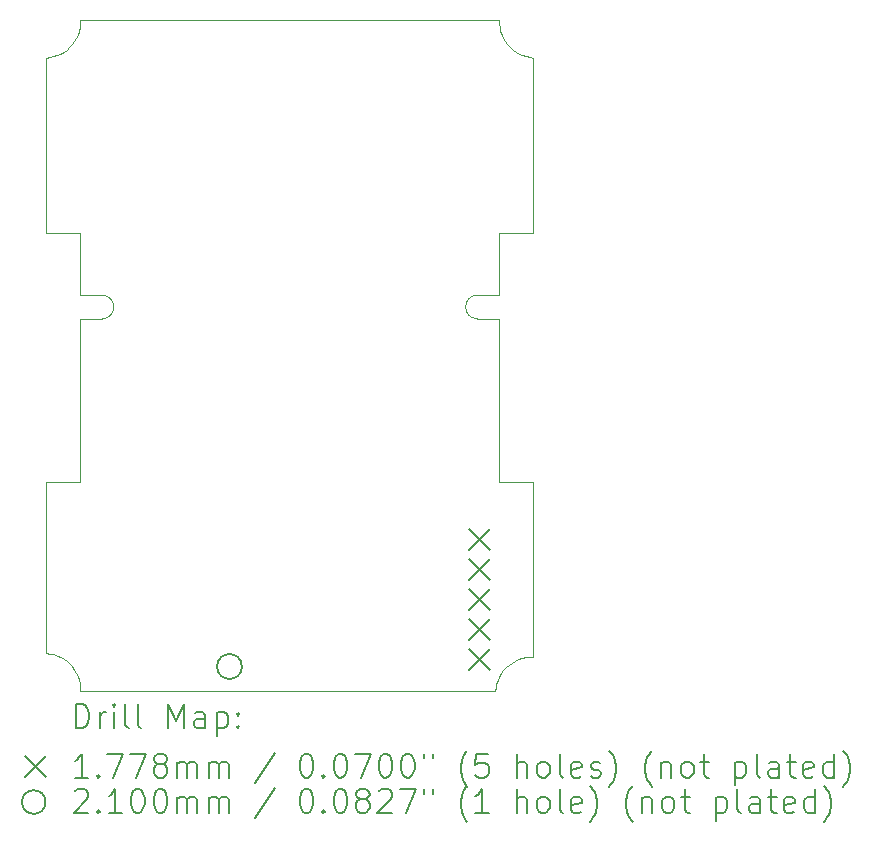
<source format=gbr>
%TF.GenerationSoftware,KiCad,Pcbnew,(6.0.7)*%
%TF.CreationDate,2022-08-14T18:42:13+02:00*%
%TF.ProjectId,BURC_Encoder_JRFormat,42555243-5f45-46e6-936f-6465725f4a52,v1.0*%
%TF.SameCoordinates,Original*%
%TF.FileFunction,Drillmap*%
%TF.FilePolarity,Positive*%
%FSLAX45Y45*%
G04 Gerber Fmt 4.5, Leading zero omitted, Abs format (unit mm)*
G04 Created by KiCad (PCBNEW (6.0.7)) date 2022-08-14 18:42:13*
%MOMM*%
%LPD*%
G01*
G04 APERTURE LIST*
%ADD10C,0.100000*%
%ADD11C,0.050000*%
%ADD12C,0.200000*%
%ADD13C,0.177800*%
%ADD14C,0.210000*%
G04 APERTURE END LIST*
D10*
X16635485Y-7700989D02*
X16635485Y-7671728D01*
X13087324Y-13319739D02*
X13087324Y-13349000D01*
D11*
X16918457Y-13063225D02*
X16920000Y-11580000D01*
X13085000Y-10200000D02*
X13085000Y-11580000D01*
D10*
X12974903Y-13098988D02*
X12998576Y-13120324D01*
X16713479Y-13130636D02*
X16739260Y-13111916D01*
X16684177Y-7850925D02*
X16668251Y-7823316D01*
X16891924Y-7985901D02*
X16860733Y-7979272D01*
X13085000Y-10000000D02*
X13085000Y-9476500D01*
X16649700Y-13201451D02*
X16668445Y-13175645D01*
X16689781Y-13151972D02*
X16713479Y-13130636D01*
D11*
X13087324Y-13350000D02*
X16601000Y-13350000D01*
D10*
X12921512Y-13064291D02*
X12949097Y-13080243D01*
X16610914Y-13288472D02*
X16620769Y-13258170D01*
X13035823Y-7850925D02*
X13017103Y-7876706D01*
D11*
X13085000Y-11580000D02*
X12800000Y-11580000D01*
D10*
X12949097Y-13080243D02*
X12974903Y-13098988D01*
X16921261Y-7988974D02*
X16891924Y-7985901D01*
X16739260Y-13111916D02*
X16766870Y-13095991D01*
X16889197Y-13063225D02*
X16918457Y-13063225D01*
X16826306Y-13073181D02*
X16857497Y-13066552D01*
D11*
X16635000Y-9476500D02*
X16921261Y-9476500D01*
X16920000Y-11580000D02*
X16635000Y-11580000D01*
D10*
X16766870Y-13095991D02*
X16796004Y-13083011D01*
X12862076Y-13041457D02*
X12892379Y-13051312D01*
X13074558Y-7763880D02*
X13064703Y-7794182D01*
X16860733Y-7979272D02*
X16830430Y-7969416D01*
D11*
X16635000Y-10000000D02*
X16450000Y-10000000D01*
D10*
X16830430Y-7969416D02*
X16801297Y-7956437D01*
X13081187Y-7732688D02*
X13074558Y-7763880D01*
X13270000Y-10200000D02*
G75*
G03*
X13270000Y-10000000I0J100000D01*
G01*
D11*
X16450000Y-10200000D02*
X16635000Y-10200000D01*
D10*
X12995767Y-7900405D02*
X12972094Y-7921741D01*
X16801297Y-7956437D02*
X16773712Y-7940486D01*
X12918703Y-7956437D02*
X12889570Y-7969391D01*
X13054558Y-13197413D02*
X13067537Y-13226547D01*
D11*
X16635000Y-10000000D02*
X16635000Y-9476500D01*
D10*
X13051749Y-7823316D02*
X13035823Y-7850925D01*
X16773712Y-7940486D02*
X16747906Y-7921741D01*
X16635485Y-7671728D02*
X13084489Y-7671728D01*
X16921261Y-9476500D02*
X16921261Y-7988974D01*
X13083996Y-13288040D02*
X13087324Y-13319739D01*
X16620769Y-13258170D02*
X16633749Y-13229036D01*
X16747906Y-7921741D02*
X16724233Y-7900405D01*
X16702897Y-7876706D02*
X16684177Y-7850925D01*
X16633749Y-13229036D02*
X16649700Y-13201451D01*
X12892379Y-13051312D02*
X12921512Y-13064291D01*
X12998576Y-13120324D02*
X13019912Y-13144022D01*
X16655272Y-7794182D02*
X16645442Y-7763880D01*
X12828076Y-7985901D02*
X12798739Y-7988974D01*
X16796004Y-13083011D02*
X16826306Y-13073181D01*
X13017103Y-7876706D02*
X12995767Y-7900405D01*
X13084515Y-7700989D02*
X13081187Y-7732688D01*
X12801548Y-13031754D02*
X12830885Y-13034827D01*
X16638813Y-7732688D02*
X16635485Y-7700989D01*
X12946288Y-7940486D02*
X12918703Y-7956437D01*
X12859267Y-7979246D02*
X12828076Y-7985901D01*
X13064703Y-7794182D02*
X13051749Y-7823316D01*
X16604285Y-13319663D02*
X16610914Y-13288472D01*
X16668445Y-13175645D02*
X16689781Y-13151972D01*
X13038632Y-13169803D02*
X13054558Y-13197413D01*
X12889570Y-7969391D02*
X12859267Y-7979246D01*
X13085000Y-10200000D02*
X13270000Y-10200000D01*
X16601211Y-13349000D02*
X16604285Y-13319663D01*
X16645442Y-7763880D02*
X16638813Y-7732688D01*
X13084489Y-7671728D02*
X13084515Y-7700989D01*
X12830885Y-13034827D02*
X12862076Y-13041457D01*
X12798739Y-7988974D02*
X12798739Y-9476500D01*
X16724233Y-7900405D02*
X16702897Y-7876706D01*
X12972094Y-7921741D02*
X12946288Y-7940486D01*
X16668251Y-7823316D02*
X16655272Y-7794182D01*
X13067537Y-13226547D02*
X13077367Y-13256849D01*
D11*
X16635000Y-10200000D02*
X16635000Y-11580000D01*
D10*
X13019912Y-13144022D02*
X13038632Y-13169803D01*
D11*
X12800000Y-11580000D02*
X12801548Y-13031754D01*
D10*
X16857497Y-13066552D02*
X16889197Y-13063225D01*
X13270000Y-10000000D02*
X13085000Y-10000000D01*
X12798739Y-9476500D02*
X13085000Y-9476500D01*
D11*
X16450000Y-10000000D02*
G75*
G03*
X16450000Y-10200000I0J-100000D01*
G01*
D10*
X13077367Y-13256849D02*
X13083996Y-13288040D01*
D12*
D13*
X16377022Y-11983053D02*
X16554822Y-12160853D01*
X16554822Y-11983053D02*
X16377022Y-12160853D01*
X16377022Y-12237053D02*
X16554822Y-12414853D01*
X16554822Y-12237053D02*
X16377022Y-12414853D01*
X16377022Y-12491053D02*
X16554822Y-12668853D01*
X16554822Y-12491053D02*
X16377022Y-12668853D01*
X16377022Y-12745053D02*
X16554822Y-12922853D01*
X16554822Y-12745053D02*
X16377022Y-12922853D01*
X16377022Y-12999053D02*
X16554822Y-13176853D01*
X16554822Y-12999053D02*
X16377022Y-13176853D01*
D14*
X14456000Y-13144500D02*
G75*
G03*
X14456000Y-13144500I-105000J0D01*
G01*
D12*
X13051358Y-13664476D02*
X13051358Y-13464476D01*
X13098977Y-13464476D01*
X13127549Y-13474000D01*
X13146596Y-13493048D01*
X13156120Y-13512095D01*
X13165644Y-13550190D01*
X13165644Y-13578762D01*
X13156120Y-13616857D01*
X13146596Y-13635905D01*
X13127549Y-13654952D01*
X13098977Y-13664476D01*
X13051358Y-13664476D01*
X13251358Y-13664476D02*
X13251358Y-13531143D01*
X13251358Y-13569238D02*
X13260882Y-13550190D01*
X13270406Y-13540667D01*
X13289453Y-13531143D01*
X13308501Y-13531143D01*
X13375168Y-13664476D02*
X13375168Y-13531143D01*
X13375168Y-13464476D02*
X13365644Y-13474000D01*
X13375168Y-13483524D01*
X13384691Y-13474000D01*
X13375168Y-13464476D01*
X13375168Y-13483524D01*
X13498977Y-13664476D02*
X13479930Y-13654952D01*
X13470406Y-13635905D01*
X13470406Y-13464476D01*
X13603739Y-13664476D02*
X13584691Y-13654952D01*
X13575168Y-13635905D01*
X13575168Y-13464476D01*
X13832311Y-13664476D02*
X13832311Y-13464476D01*
X13898977Y-13607333D01*
X13965644Y-13464476D01*
X13965644Y-13664476D01*
X14146596Y-13664476D02*
X14146596Y-13559714D01*
X14137072Y-13540667D01*
X14118025Y-13531143D01*
X14079930Y-13531143D01*
X14060882Y-13540667D01*
X14146596Y-13654952D02*
X14127549Y-13664476D01*
X14079930Y-13664476D01*
X14060882Y-13654952D01*
X14051358Y-13635905D01*
X14051358Y-13616857D01*
X14060882Y-13597809D01*
X14079930Y-13588286D01*
X14127549Y-13588286D01*
X14146596Y-13578762D01*
X14241834Y-13531143D02*
X14241834Y-13731143D01*
X14241834Y-13540667D02*
X14260882Y-13531143D01*
X14298977Y-13531143D01*
X14318025Y-13540667D01*
X14327549Y-13550190D01*
X14337072Y-13569238D01*
X14337072Y-13626381D01*
X14327549Y-13645428D01*
X14318025Y-13654952D01*
X14298977Y-13664476D01*
X14260882Y-13664476D01*
X14241834Y-13654952D01*
X14422787Y-13645428D02*
X14432311Y-13654952D01*
X14422787Y-13664476D01*
X14413263Y-13654952D01*
X14422787Y-13645428D01*
X14422787Y-13664476D01*
X14422787Y-13540667D02*
X14432311Y-13550190D01*
X14422787Y-13559714D01*
X14413263Y-13550190D01*
X14422787Y-13540667D01*
X14422787Y-13559714D01*
D13*
X12615939Y-13905100D02*
X12793739Y-14082900D01*
X12793739Y-13905100D02*
X12615939Y-14082900D01*
D12*
X13156120Y-14084476D02*
X13041834Y-14084476D01*
X13098977Y-14084476D02*
X13098977Y-13884476D01*
X13079930Y-13913048D01*
X13060882Y-13932095D01*
X13041834Y-13941619D01*
X13241834Y-14065428D02*
X13251358Y-14074952D01*
X13241834Y-14084476D01*
X13232311Y-14074952D01*
X13241834Y-14065428D01*
X13241834Y-14084476D01*
X13318025Y-13884476D02*
X13451358Y-13884476D01*
X13365644Y-14084476D01*
X13508501Y-13884476D02*
X13641834Y-13884476D01*
X13556120Y-14084476D01*
X13746596Y-13970190D02*
X13727549Y-13960667D01*
X13718025Y-13951143D01*
X13708501Y-13932095D01*
X13708501Y-13922571D01*
X13718025Y-13903524D01*
X13727549Y-13894000D01*
X13746596Y-13884476D01*
X13784691Y-13884476D01*
X13803739Y-13894000D01*
X13813263Y-13903524D01*
X13822787Y-13922571D01*
X13822787Y-13932095D01*
X13813263Y-13951143D01*
X13803739Y-13960667D01*
X13784691Y-13970190D01*
X13746596Y-13970190D01*
X13727549Y-13979714D01*
X13718025Y-13989238D01*
X13708501Y-14008286D01*
X13708501Y-14046381D01*
X13718025Y-14065428D01*
X13727549Y-14074952D01*
X13746596Y-14084476D01*
X13784691Y-14084476D01*
X13803739Y-14074952D01*
X13813263Y-14065428D01*
X13822787Y-14046381D01*
X13822787Y-14008286D01*
X13813263Y-13989238D01*
X13803739Y-13979714D01*
X13784691Y-13970190D01*
X13908501Y-14084476D02*
X13908501Y-13951143D01*
X13908501Y-13970190D02*
X13918025Y-13960667D01*
X13937072Y-13951143D01*
X13965644Y-13951143D01*
X13984691Y-13960667D01*
X13994215Y-13979714D01*
X13994215Y-14084476D01*
X13994215Y-13979714D02*
X14003739Y-13960667D01*
X14022787Y-13951143D01*
X14051358Y-13951143D01*
X14070406Y-13960667D01*
X14079930Y-13979714D01*
X14079930Y-14084476D01*
X14175168Y-14084476D02*
X14175168Y-13951143D01*
X14175168Y-13970190D02*
X14184691Y-13960667D01*
X14203739Y-13951143D01*
X14232311Y-13951143D01*
X14251358Y-13960667D01*
X14260882Y-13979714D01*
X14260882Y-14084476D01*
X14260882Y-13979714D02*
X14270406Y-13960667D01*
X14289453Y-13951143D01*
X14318025Y-13951143D01*
X14337072Y-13960667D01*
X14346596Y-13979714D01*
X14346596Y-14084476D01*
X14737072Y-13874952D02*
X14565644Y-14132095D01*
X14994215Y-13884476D02*
X15013263Y-13884476D01*
X15032311Y-13894000D01*
X15041834Y-13903524D01*
X15051358Y-13922571D01*
X15060882Y-13960667D01*
X15060882Y-14008286D01*
X15051358Y-14046381D01*
X15041834Y-14065428D01*
X15032311Y-14074952D01*
X15013263Y-14084476D01*
X14994215Y-14084476D01*
X14975168Y-14074952D01*
X14965644Y-14065428D01*
X14956120Y-14046381D01*
X14946596Y-14008286D01*
X14946596Y-13960667D01*
X14956120Y-13922571D01*
X14965644Y-13903524D01*
X14975168Y-13894000D01*
X14994215Y-13884476D01*
X15146596Y-14065428D02*
X15156120Y-14074952D01*
X15146596Y-14084476D01*
X15137072Y-14074952D01*
X15146596Y-14065428D01*
X15146596Y-14084476D01*
X15279930Y-13884476D02*
X15298977Y-13884476D01*
X15318025Y-13894000D01*
X15327549Y-13903524D01*
X15337072Y-13922571D01*
X15346596Y-13960667D01*
X15346596Y-14008286D01*
X15337072Y-14046381D01*
X15327549Y-14065428D01*
X15318025Y-14074952D01*
X15298977Y-14084476D01*
X15279930Y-14084476D01*
X15260882Y-14074952D01*
X15251358Y-14065428D01*
X15241834Y-14046381D01*
X15232311Y-14008286D01*
X15232311Y-13960667D01*
X15241834Y-13922571D01*
X15251358Y-13903524D01*
X15260882Y-13894000D01*
X15279930Y-13884476D01*
X15413263Y-13884476D02*
X15546596Y-13884476D01*
X15460882Y-14084476D01*
X15660882Y-13884476D02*
X15679930Y-13884476D01*
X15698977Y-13894000D01*
X15708501Y-13903524D01*
X15718025Y-13922571D01*
X15727549Y-13960667D01*
X15727549Y-14008286D01*
X15718025Y-14046381D01*
X15708501Y-14065428D01*
X15698977Y-14074952D01*
X15679930Y-14084476D01*
X15660882Y-14084476D01*
X15641834Y-14074952D01*
X15632311Y-14065428D01*
X15622787Y-14046381D01*
X15613263Y-14008286D01*
X15613263Y-13960667D01*
X15622787Y-13922571D01*
X15632311Y-13903524D01*
X15641834Y-13894000D01*
X15660882Y-13884476D01*
X15851358Y-13884476D02*
X15870406Y-13884476D01*
X15889453Y-13894000D01*
X15898977Y-13903524D01*
X15908501Y-13922571D01*
X15918025Y-13960667D01*
X15918025Y-14008286D01*
X15908501Y-14046381D01*
X15898977Y-14065428D01*
X15889453Y-14074952D01*
X15870406Y-14084476D01*
X15851358Y-14084476D01*
X15832311Y-14074952D01*
X15822787Y-14065428D01*
X15813263Y-14046381D01*
X15803739Y-14008286D01*
X15803739Y-13960667D01*
X15813263Y-13922571D01*
X15822787Y-13903524D01*
X15832311Y-13894000D01*
X15851358Y-13884476D01*
X15994215Y-13884476D02*
X15994215Y-13922571D01*
X16070406Y-13884476D02*
X16070406Y-13922571D01*
X16365644Y-14160667D02*
X16356120Y-14151143D01*
X16337072Y-14122571D01*
X16327549Y-14103524D01*
X16318025Y-14074952D01*
X16308501Y-14027333D01*
X16308501Y-13989238D01*
X16318025Y-13941619D01*
X16327549Y-13913048D01*
X16337072Y-13894000D01*
X16356120Y-13865428D01*
X16365644Y-13855905D01*
X16537072Y-13884476D02*
X16441834Y-13884476D01*
X16432311Y-13979714D01*
X16441834Y-13970190D01*
X16460882Y-13960667D01*
X16508501Y-13960667D01*
X16527549Y-13970190D01*
X16537072Y-13979714D01*
X16546596Y-13998762D01*
X16546596Y-14046381D01*
X16537072Y-14065428D01*
X16527549Y-14074952D01*
X16508501Y-14084476D01*
X16460882Y-14084476D01*
X16441834Y-14074952D01*
X16432311Y-14065428D01*
X16784692Y-14084476D02*
X16784692Y-13884476D01*
X16870406Y-14084476D02*
X16870406Y-13979714D01*
X16860882Y-13960667D01*
X16841834Y-13951143D01*
X16813263Y-13951143D01*
X16794215Y-13960667D01*
X16784692Y-13970190D01*
X16994215Y-14084476D02*
X16975168Y-14074952D01*
X16965644Y-14065428D01*
X16956120Y-14046381D01*
X16956120Y-13989238D01*
X16965644Y-13970190D01*
X16975168Y-13960667D01*
X16994215Y-13951143D01*
X17022787Y-13951143D01*
X17041834Y-13960667D01*
X17051358Y-13970190D01*
X17060882Y-13989238D01*
X17060882Y-14046381D01*
X17051358Y-14065428D01*
X17041834Y-14074952D01*
X17022787Y-14084476D01*
X16994215Y-14084476D01*
X17175168Y-14084476D02*
X17156120Y-14074952D01*
X17146596Y-14055905D01*
X17146596Y-13884476D01*
X17327549Y-14074952D02*
X17308501Y-14084476D01*
X17270406Y-14084476D01*
X17251358Y-14074952D01*
X17241834Y-14055905D01*
X17241834Y-13979714D01*
X17251358Y-13960667D01*
X17270406Y-13951143D01*
X17308501Y-13951143D01*
X17327549Y-13960667D01*
X17337073Y-13979714D01*
X17337073Y-13998762D01*
X17241834Y-14017809D01*
X17413263Y-14074952D02*
X17432311Y-14084476D01*
X17470406Y-14084476D01*
X17489453Y-14074952D01*
X17498977Y-14055905D01*
X17498977Y-14046381D01*
X17489453Y-14027333D01*
X17470406Y-14017809D01*
X17441834Y-14017809D01*
X17422787Y-14008286D01*
X17413263Y-13989238D01*
X17413263Y-13979714D01*
X17422787Y-13960667D01*
X17441834Y-13951143D01*
X17470406Y-13951143D01*
X17489453Y-13960667D01*
X17565644Y-14160667D02*
X17575168Y-14151143D01*
X17594215Y-14122571D01*
X17603739Y-14103524D01*
X17613263Y-14074952D01*
X17622787Y-14027333D01*
X17622787Y-13989238D01*
X17613263Y-13941619D01*
X17603739Y-13913048D01*
X17594215Y-13894000D01*
X17575168Y-13865428D01*
X17565644Y-13855905D01*
X17927549Y-14160667D02*
X17918025Y-14151143D01*
X17898977Y-14122571D01*
X17889453Y-14103524D01*
X17879930Y-14074952D01*
X17870406Y-14027333D01*
X17870406Y-13989238D01*
X17879930Y-13941619D01*
X17889453Y-13913048D01*
X17898977Y-13894000D01*
X17918025Y-13865428D01*
X17927549Y-13855905D01*
X18003739Y-13951143D02*
X18003739Y-14084476D01*
X18003739Y-13970190D02*
X18013263Y-13960667D01*
X18032311Y-13951143D01*
X18060882Y-13951143D01*
X18079930Y-13960667D01*
X18089453Y-13979714D01*
X18089453Y-14084476D01*
X18213263Y-14084476D02*
X18194215Y-14074952D01*
X18184692Y-14065428D01*
X18175168Y-14046381D01*
X18175168Y-13989238D01*
X18184692Y-13970190D01*
X18194215Y-13960667D01*
X18213263Y-13951143D01*
X18241834Y-13951143D01*
X18260882Y-13960667D01*
X18270406Y-13970190D01*
X18279930Y-13989238D01*
X18279930Y-14046381D01*
X18270406Y-14065428D01*
X18260882Y-14074952D01*
X18241834Y-14084476D01*
X18213263Y-14084476D01*
X18337073Y-13951143D02*
X18413263Y-13951143D01*
X18365644Y-13884476D02*
X18365644Y-14055905D01*
X18375168Y-14074952D01*
X18394215Y-14084476D01*
X18413263Y-14084476D01*
X18632311Y-13951143D02*
X18632311Y-14151143D01*
X18632311Y-13960667D02*
X18651358Y-13951143D01*
X18689453Y-13951143D01*
X18708501Y-13960667D01*
X18718025Y-13970190D01*
X18727549Y-13989238D01*
X18727549Y-14046381D01*
X18718025Y-14065428D01*
X18708501Y-14074952D01*
X18689453Y-14084476D01*
X18651358Y-14084476D01*
X18632311Y-14074952D01*
X18841834Y-14084476D02*
X18822787Y-14074952D01*
X18813263Y-14055905D01*
X18813263Y-13884476D01*
X19003739Y-14084476D02*
X19003739Y-13979714D01*
X18994215Y-13960667D01*
X18975168Y-13951143D01*
X18937073Y-13951143D01*
X18918025Y-13960667D01*
X19003739Y-14074952D02*
X18984692Y-14084476D01*
X18937073Y-14084476D01*
X18918025Y-14074952D01*
X18908501Y-14055905D01*
X18908501Y-14036857D01*
X18918025Y-14017809D01*
X18937073Y-14008286D01*
X18984692Y-14008286D01*
X19003739Y-13998762D01*
X19070406Y-13951143D02*
X19146596Y-13951143D01*
X19098977Y-13884476D02*
X19098977Y-14055905D01*
X19108501Y-14074952D01*
X19127549Y-14084476D01*
X19146596Y-14084476D01*
X19289453Y-14074952D02*
X19270406Y-14084476D01*
X19232311Y-14084476D01*
X19213263Y-14074952D01*
X19203739Y-14055905D01*
X19203739Y-13979714D01*
X19213263Y-13960667D01*
X19232311Y-13951143D01*
X19270406Y-13951143D01*
X19289453Y-13960667D01*
X19298977Y-13979714D01*
X19298977Y-13998762D01*
X19203739Y-14017809D01*
X19470406Y-14084476D02*
X19470406Y-13884476D01*
X19470406Y-14074952D02*
X19451358Y-14084476D01*
X19413263Y-14084476D01*
X19394215Y-14074952D01*
X19384692Y-14065428D01*
X19375168Y-14046381D01*
X19375168Y-13989238D01*
X19384692Y-13970190D01*
X19394215Y-13960667D01*
X19413263Y-13951143D01*
X19451358Y-13951143D01*
X19470406Y-13960667D01*
X19546596Y-14160667D02*
X19556120Y-14151143D01*
X19575168Y-14122571D01*
X19584692Y-14103524D01*
X19594215Y-14074952D01*
X19603739Y-14027333D01*
X19603739Y-13989238D01*
X19594215Y-13941619D01*
X19584692Y-13913048D01*
X19575168Y-13894000D01*
X19556120Y-13865428D01*
X19546596Y-13855905D01*
X12793739Y-14291800D02*
G75*
G03*
X12793739Y-14291800I-100000J0D01*
G01*
X13041834Y-14201324D02*
X13051358Y-14191800D01*
X13070406Y-14182276D01*
X13118025Y-14182276D01*
X13137072Y-14191800D01*
X13146596Y-14201324D01*
X13156120Y-14220371D01*
X13156120Y-14239419D01*
X13146596Y-14267990D01*
X13032311Y-14382276D01*
X13156120Y-14382276D01*
X13241834Y-14363228D02*
X13251358Y-14372752D01*
X13241834Y-14382276D01*
X13232311Y-14372752D01*
X13241834Y-14363228D01*
X13241834Y-14382276D01*
X13441834Y-14382276D02*
X13327549Y-14382276D01*
X13384691Y-14382276D02*
X13384691Y-14182276D01*
X13365644Y-14210848D01*
X13346596Y-14229895D01*
X13327549Y-14239419D01*
X13565644Y-14182276D02*
X13584691Y-14182276D01*
X13603739Y-14191800D01*
X13613263Y-14201324D01*
X13622787Y-14220371D01*
X13632311Y-14258467D01*
X13632311Y-14306086D01*
X13622787Y-14344181D01*
X13613263Y-14363228D01*
X13603739Y-14372752D01*
X13584691Y-14382276D01*
X13565644Y-14382276D01*
X13546596Y-14372752D01*
X13537072Y-14363228D01*
X13527549Y-14344181D01*
X13518025Y-14306086D01*
X13518025Y-14258467D01*
X13527549Y-14220371D01*
X13537072Y-14201324D01*
X13546596Y-14191800D01*
X13565644Y-14182276D01*
X13756120Y-14182276D02*
X13775168Y-14182276D01*
X13794215Y-14191800D01*
X13803739Y-14201324D01*
X13813263Y-14220371D01*
X13822787Y-14258467D01*
X13822787Y-14306086D01*
X13813263Y-14344181D01*
X13803739Y-14363228D01*
X13794215Y-14372752D01*
X13775168Y-14382276D01*
X13756120Y-14382276D01*
X13737072Y-14372752D01*
X13727549Y-14363228D01*
X13718025Y-14344181D01*
X13708501Y-14306086D01*
X13708501Y-14258467D01*
X13718025Y-14220371D01*
X13727549Y-14201324D01*
X13737072Y-14191800D01*
X13756120Y-14182276D01*
X13908501Y-14382276D02*
X13908501Y-14248943D01*
X13908501Y-14267990D02*
X13918025Y-14258467D01*
X13937072Y-14248943D01*
X13965644Y-14248943D01*
X13984691Y-14258467D01*
X13994215Y-14277514D01*
X13994215Y-14382276D01*
X13994215Y-14277514D02*
X14003739Y-14258467D01*
X14022787Y-14248943D01*
X14051358Y-14248943D01*
X14070406Y-14258467D01*
X14079930Y-14277514D01*
X14079930Y-14382276D01*
X14175168Y-14382276D02*
X14175168Y-14248943D01*
X14175168Y-14267990D02*
X14184691Y-14258467D01*
X14203739Y-14248943D01*
X14232311Y-14248943D01*
X14251358Y-14258467D01*
X14260882Y-14277514D01*
X14260882Y-14382276D01*
X14260882Y-14277514D02*
X14270406Y-14258467D01*
X14289453Y-14248943D01*
X14318025Y-14248943D01*
X14337072Y-14258467D01*
X14346596Y-14277514D01*
X14346596Y-14382276D01*
X14737072Y-14172752D02*
X14565644Y-14429895D01*
X14994215Y-14182276D02*
X15013263Y-14182276D01*
X15032311Y-14191800D01*
X15041834Y-14201324D01*
X15051358Y-14220371D01*
X15060882Y-14258467D01*
X15060882Y-14306086D01*
X15051358Y-14344181D01*
X15041834Y-14363228D01*
X15032311Y-14372752D01*
X15013263Y-14382276D01*
X14994215Y-14382276D01*
X14975168Y-14372752D01*
X14965644Y-14363228D01*
X14956120Y-14344181D01*
X14946596Y-14306086D01*
X14946596Y-14258467D01*
X14956120Y-14220371D01*
X14965644Y-14201324D01*
X14975168Y-14191800D01*
X14994215Y-14182276D01*
X15146596Y-14363228D02*
X15156120Y-14372752D01*
X15146596Y-14382276D01*
X15137072Y-14372752D01*
X15146596Y-14363228D01*
X15146596Y-14382276D01*
X15279930Y-14182276D02*
X15298977Y-14182276D01*
X15318025Y-14191800D01*
X15327549Y-14201324D01*
X15337072Y-14220371D01*
X15346596Y-14258467D01*
X15346596Y-14306086D01*
X15337072Y-14344181D01*
X15327549Y-14363228D01*
X15318025Y-14372752D01*
X15298977Y-14382276D01*
X15279930Y-14382276D01*
X15260882Y-14372752D01*
X15251358Y-14363228D01*
X15241834Y-14344181D01*
X15232311Y-14306086D01*
X15232311Y-14258467D01*
X15241834Y-14220371D01*
X15251358Y-14201324D01*
X15260882Y-14191800D01*
X15279930Y-14182276D01*
X15460882Y-14267990D02*
X15441834Y-14258467D01*
X15432311Y-14248943D01*
X15422787Y-14229895D01*
X15422787Y-14220371D01*
X15432311Y-14201324D01*
X15441834Y-14191800D01*
X15460882Y-14182276D01*
X15498977Y-14182276D01*
X15518025Y-14191800D01*
X15527549Y-14201324D01*
X15537072Y-14220371D01*
X15537072Y-14229895D01*
X15527549Y-14248943D01*
X15518025Y-14258467D01*
X15498977Y-14267990D01*
X15460882Y-14267990D01*
X15441834Y-14277514D01*
X15432311Y-14287038D01*
X15422787Y-14306086D01*
X15422787Y-14344181D01*
X15432311Y-14363228D01*
X15441834Y-14372752D01*
X15460882Y-14382276D01*
X15498977Y-14382276D01*
X15518025Y-14372752D01*
X15527549Y-14363228D01*
X15537072Y-14344181D01*
X15537072Y-14306086D01*
X15527549Y-14287038D01*
X15518025Y-14277514D01*
X15498977Y-14267990D01*
X15613263Y-14201324D02*
X15622787Y-14191800D01*
X15641834Y-14182276D01*
X15689453Y-14182276D01*
X15708501Y-14191800D01*
X15718025Y-14201324D01*
X15727549Y-14220371D01*
X15727549Y-14239419D01*
X15718025Y-14267990D01*
X15603739Y-14382276D01*
X15727549Y-14382276D01*
X15794215Y-14182276D02*
X15927549Y-14182276D01*
X15841834Y-14382276D01*
X15994215Y-14182276D02*
X15994215Y-14220371D01*
X16070406Y-14182276D02*
X16070406Y-14220371D01*
X16365644Y-14458467D02*
X16356120Y-14448943D01*
X16337072Y-14420371D01*
X16327549Y-14401324D01*
X16318025Y-14372752D01*
X16308501Y-14325133D01*
X16308501Y-14287038D01*
X16318025Y-14239419D01*
X16327549Y-14210848D01*
X16337072Y-14191800D01*
X16356120Y-14163228D01*
X16365644Y-14153705D01*
X16546596Y-14382276D02*
X16432311Y-14382276D01*
X16489453Y-14382276D02*
X16489453Y-14182276D01*
X16470406Y-14210848D01*
X16451358Y-14229895D01*
X16432311Y-14239419D01*
X16784692Y-14382276D02*
X16784692Y-14182276D01*
X16870406Y-14382276D02*
X16870406Y-14277514D01*
X16860882Y-14258467D01*
X16841834Y-14248943D01*
X16813263Y-14248943D01*
X16794215Y-14258467D01*
X16784692Y-14267990D01*
X16994215Y-14382276D02*
X16975168Y-14372752D01*
X16965644Y-14363228D01*
X16956120Y-14344181D01*
X16956120Y-14287038D01*
X16965644Y-14267990D01*
X16975168Y-14258467D01*
X16994215Y-14248943D01*
X17022787Y-14248943D01*
X17041834Y-14258467D01*
X17051358Y-14267990D01*
X17060882Y-14287038D01*
X17060882Y-14344181D01*
X17051358Y-14363228D01*
X17041834Y-14372752D01*
X17022787Y-14382276D01*
X16994215Y-14382276D01*
X17175168Y-14382276D02*
X17156120Y-14372752D01*
X17146596Y-14353705D01*
X17146596Y-14182276D01*
X17327549Y-14372752D02*
X17308501Y-14382276D01*
X17270406Y-14382276D01*
X17251358Y-14372752D01*
X17241834Y-14353705D01*
X17241834Y-14277514D01*
X17251358Y-14258467D01*
X17270406Y-14248943D01*
X17308501Y-14248943D01*
X17327549Y-14258467D01*
X17337073Y-14277514D01*
X17337073Y-14296562D01*
X17241834Y-14315609D01*
X17403739Y-14458467D02*
X17413263Y-14448943D01*
X17432311Y-14420371D01*
X17441834Y-14401324D01*
X17451358Y-14372752D01*
X17460882Y-14325133D01*
X17460882Y-14287038D01*
X17451358Y-14239419D01*
X17441834Y-14210848D01*
X17432311Y-14191800D01*
X17413263Y-14163228D01*
X17403739Y-14153705D01*
X17765644Y-14458467D02*
X17756120Y-14448943D01*
X17737073Y-14420371D01*
X17727549Y-14401324D01*
X17718025Y-14372752D01*
X17708501Y-14325133D01*
X17708501Y-14287038D01*
X17718025Y-14239419D01*
X17727549Y-14210848D01*
X17737073Y-14191800D01*
X17756120Y-14163228D01*
X17765644Y-14153705D01*
X17841834Y-14248943D02*
X17841834Y-14382276D01*
X17841834Y-14267990D02*
X17851358Y-14258467D01*
X17870406Y-14248943D01*
X17898977Y-14248943D01*
X17918025Y-14258467D01*
X17927549Y-14277514D01*
X17927549Y-14382276D01*
X18051358Y-14382276D02*
X18032311Y-14372752D01*
X18022787Y-14363228D01*
X18013263Y-14344181D01*
X18013263Y-14287038D01*
X18022787Y-14267990D01*
X18032311Y-14258467D01*
X18051358Y-14248943D01*
X18079930Y-14248943D01*
X18098977Y-14258467D01*
X18108501Y-14267990D01*
X18118025Y-14287038D01*
X18118025Y-14344181D01*
X18108501Y-14363228D01*
X18098977Y-14372752D01*
X18079930Y-14382276D01*
X18051358Y-14382276D01*
X18175168Y-14248943D02*
X18251358Y-14248943D01*
X18203739Y-14182276D02*
X18203739Y-14353705D01*
X18213263Y-14372752D01*
X18232311Y-14382276D01*
X18251358Y-14382276D01*
X18470406Y-14248943D02*
X18470406Y-14448943D01*
X18470406Y-14258467D02*
X18489453Y-14248943D01*
X18527549Y-14248943D01*
X18546596Y-14258467D01*
X18556120Y-14267990D01*
X18565644Y-14287038D01*
X18565644Y-14344181D01*
X18556120Y-14363228D01*
X18546596Y-14372752D01*
X18527549Y-14382276D01*
X18489453Y-14382276D01*
X18470406Y-14372752D01*
X18679930Y-14382276D02*
X18660882Y-14372752D01*
X18651358Y-14353705D01*
X18651358Y-14182276D01*
X18841834Y-14382276D02*
X18841834Y-14277514D01*
X18832311Y-14258467D01*
X18813263Y-14248943D01*
X18775168Y-14248943D01*
X18756120Y-14258467D01*
X18841834Y-14372752D02*
X18822787Y-14382276D01*
X18775168Y-14382276D01*
X18756120Y-14372752D01*
X18746596Y-14353705D01*
X18746596Y-14334657D01*
X18756120Y-14315609D01*
X18775168Y-14306086D01*
X18822787Y-14306086D01*
X18841834Y-14296562D01*
X18908501Y-14248943D02*
X18984692Y-14248943D01*
X18937073Y-14182276D02*
X18937073Y-14353705D01*
X18946596Y-14372752D01*
X18965644Y-14382276D01*
X18984692Y-14382276D01*
X19127549Y-14372752D02*
X19108501Y-14382276D01*
X19070406Y-14382276D01*
X19051358Y-14372752D01*
X19041834Y-14353705D01*
X19041834Y-14277514D01*
X19051358Y-14258467D01*
X19070406Y-14248943D01*
X19108501Y-14248943D01*
X19127549Y-14258467D01*
X19137073Y-14277514D01*
X19137073Y-14296562D01*
X19041834Y-14315609D01*
X19308501Y-14382276D02*
X19308501Y-14182276D01*
X19308501Y-14372752D02*
X19289453Y-14382276D01*
X19251358Y-14382276D01*
X19232311Y-14372752D01*
X19222787Y-14363228D01*
X19213263Y-14344181D01*
X19213263Y-14287038D01*
X19222787Y-14267990D01*
X19232311Y-14258467D01*
X19251358Y-14248943D01*
X19289453Y-14248943D01*
X19308501Y-14258467D01*
X19384692Y-14458467D02*
X19394215Y-14448943D01*
X19413263Y-14420371D01*
X19422787Y-14401324D01*
X19432311Y-14372752D01*
X19441834Y-14325133D01*
X19441834Y-14287038D01*
X19432311Y-14239419D01*
X19422787Y-14210848D01*
X19413263Y-14191800D01*
X19394215Y-14163228D01*
X19384692Y-14153705D01*
M02*

</source>
